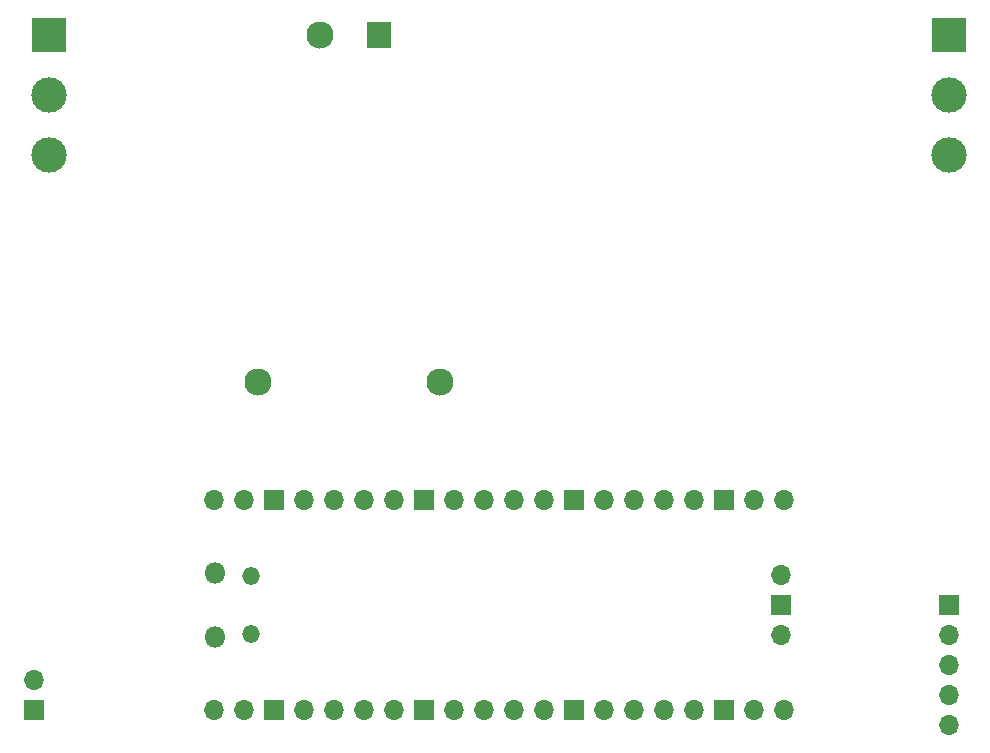
<source format=gbs>
G04 #@! TF.GenerationSoftware,KiCad,Pcbnew,(6.0.0)*
G04 #@! TF.CreationDate,2022-05-18T17:51:48+02:00*
G04 #@! TF.ProjectId,prototype-3,70726f74-6f74-4797-9065-2d332e6b6963,rev?*
G04 #@! TF.SameCoordinates,Original*
G04 #@! TF.FileFunction,Soldermask,Bot*
G04 #@! TF.FilePolarity,Negative*
%FSLAX46Y46*%
G04 Gerber Fmt 4.6, Leading zero omitted, Abs format (unit mm)*
G04 Created by KiCad (PCBNEW (6.0.0)) date 2022-05-18 17:51:48*
%MOMM*%
%LPD*%
G01*
G04 APERTURE LIST*
%ADD10R,3.000000X3.000000*%
%ADD11C,3.000000*%
%ADD12R,1.700000X1.700000*%
%ADD13O,1.700000X1.700000*%
%ADD14O,1.800000X1.800000*%
%ADD15O,1.500000X1.500000*%
%ADD16R,2.000000X2.300000*%
%ADD17C,2.300000*%
G04 APERTURE END LIST*
D10*
X111760000Y-55880000D03*
D11*
X111760000Y-60960000D03*
X111760000Y-66040000D03*
D12*
X110490000Y-113030000D03*
D13*
X110490000Y-110490000D03*
D14*
X125860000Y-106865000D03*
X125860000Y-101415000D03*
D15*
X128890000Y-106565000D03*
X128890000Y-101715000D03*
D13*
X125730000Y-113030000D03*
X128270000Y-113030000D03*
D12*
X130810000Y-113030000D03*
D13*
X133350000Y-113030000D03*
X135890000Y-113030000D03*
X138430000Y-113030000D03*
X140970000Y-113030000D03*
D12*
X143510000Y-113030000D03*
D13*
X146050000Y-113030000D03*
X148590000Y-113030000D03*
X151130000Y-113030000D03*
X153670000Y-113030000D03*
D12*
X156210000Y-113030000D03*
D13*
X158750000Y-113030000D03*
X161290000Y-113030000D03*
X163830000Y-113030000D03*
X166370000Y-113030000D03*
D12*
X168910000Y-113030000D03*
D13*
X171450000Y-113030000D03*
X173990000Y-113030000D03*
X173990000Y-95250000D03*
X171450000Y-95250000D03*
D12*
X168910000Y-95250000D03*
D13*
X166370000Y-95250000D03*
X163830000Y-95250000D03*
X161290000Y-95250000D03*
X158750000Y-95250000D03*
D12*
X156210000Y-95250000D03*
D13*
X153670000Y-95250000D03*
X151130000Y-95250000D03*
X148590000Y-95250000D03*
X146050000Y-95250000D03*
D12*
X143510000Y-95250000D03*
D13*
X140970000Y-95250000D03*
X138430000Y-95250000D03*
X135890000Y-95250000D03*
X133350000Y-95250000D03*
D12*
X130810000Y-95250000D03*
D13*
X128270000Y-95250000D03*
X125730000Y-95250000D03*
X173760000Y-106680000D03*
D12*
X173760000Y-104140000D03*
D13*
X173760000Y-101600000D03*
D10*
X187960000Y-55880000D03*
D11*
X187960000Y-60960000D03*
X187960000Y-66040000D03*
D12*
X187960000Y-104140000D03*
D13*
X187960000Y-106680000D03*
X187960000Y-109220000D03*
X187960000Y-111760000D03*
X187960000Y-114300000D03*
D16*
X139700000Y-55880000D03*
D17*
X134700000Y-55880000D03*
X144900000Y-85280000D03*
X129500000Y-85280000D03*
M02*

</source>
